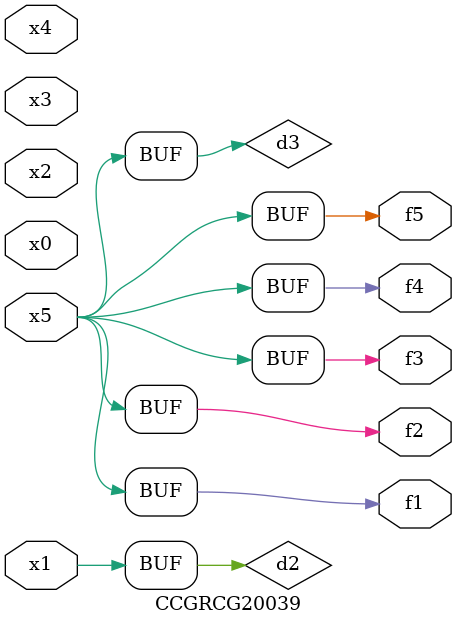
<source format=v>
module CCGRCG20039(
	input x0, x1, x2, x3, x4, x5,
	output f1, f2, f3, f4, f5
);

	wire d1, d2, d3;

	not (d1, x5);
	or (d2, x1);
	xnor (d3, d1);
	assign f1 = d3;
	assign f2 = d3;
	assign f3 = d3;
	assign f4 = d3;
	assign f5 = d3;
endmodule

</source>
